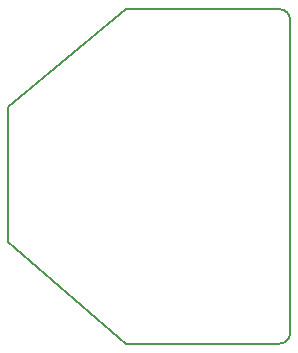
<source format=gbr>
%TF.GenerationSoftware,KiCad,Pcbnew,5.1.6*%
%TF.CreationDate,2020-07-17T22:30:16+02:00*%
%TF.ProjectId,FPC10_Adapterboard,46504331-305f-4416-9461-70746572626f,rev?*%
%TF.SameCoordinates,Original*%
%TF.FileFunction,Profile,NP*%
%FSLAX46Y46*%
G04 Gerber Fmt 4.6, Leading zero omitted, Abs format (unit mm)*
G04 Created by KiCad (PCBNEW 5.1.6) date 2020-07-17 22:30:16*
%MOMM*%
%LPD*%
G01*
G04 APERTURE LIST*
%TA.AperFunction,Profile*%
%ADD10C,0.150000*%
%TD*%
G04 APERTURE END LIST*
D10*
X123698000Y-102743000D02*
X113665000Y-94107000D01*
X136652000Y-102743000D02*
X123698000Y-102743000D01*
X137541000Y-101854000D02*
G75*
G02*
X136652000Y-102743000I-889000J0D01*
G01*
X137541000Y-75311000D02*
X137541000Y-101854000D01*
X136652000Y-74422000D02*
G75*
G02*
X137541000Y-75311000I0J-889000D01*
G01*
X123698000Y-74422000D02*
X136652000Y-74422000D01*
X113665000Y-82677000D02*
X123698000Y-74422000D01*
X113665000Y-94107000D02*
X113665000Y-82677000D01*
M02*

</source>
